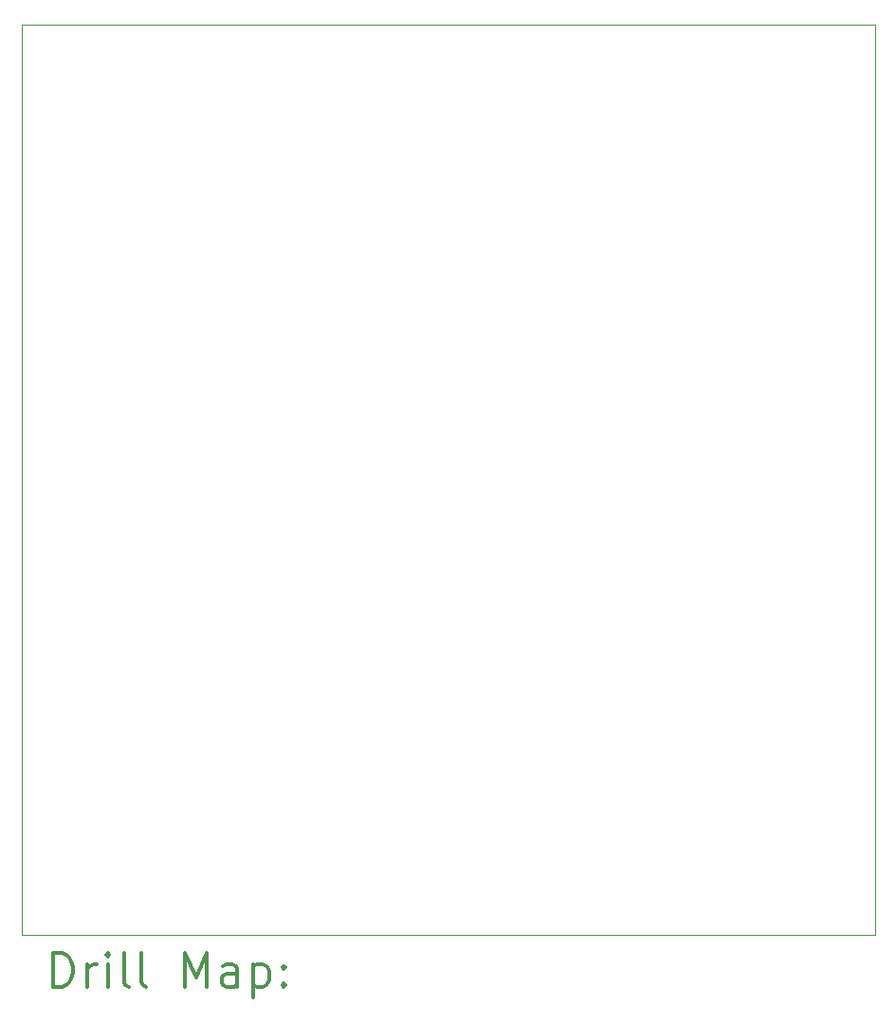
<source format=gbr>
%FSLAX45Y45*%
G04 Gerber Fmt 4.5, Leading zero omitted, Abs format (unit mm)*
G04 Created by KiCad (PCBNEW (5.1.4)-1) date 2021-11-01 00:37:35*
%MOMM*%
%LPD*%
G04 APERTURE LIST*
%ADD10C,0.025400*%
%ADD11C,0.200000*%
%ADD12C,0.300000*%
G04 APERTURE END LIST*
D10*
X2540000Y-2540000D02*
X2540000Y-10668000D01*
X2540000Y-10668000D02*
X10160000Y-10668000D01*
X10160000Y-2540000D02*
X10160000Y-10668000D01*
X2540000Y-2540000D02*
X10160000Y-2540000D01*
D11*
D12*
X2825158Y-11134984D02*
X2825158Y-10834984D01*
X2896587Y-10834984D01*
X2939444Y-10849270D01*
X2968016Y-10877842D01*
X2982301Y-10906413D01*
X2996587Y-10963556D01*
X2996587Y-11006413D01*
X2982301Y-11063556D01*
X2968016Y-11092127D01*
X2939444Y-11120699D01*
X2896587Y-11134984D01*
X2825158Y-11134984D01*
X3125158Y-11134984D02*
X3125158Y-10934984D01*
X3125158Y-10992127D02*
X3139444Y-10963556D01*
X3153730Y-10949270D01*
X3182301Y-10934984D01*
X3210873Y-10934984D01*
X3310873Y-11134984D02*
X3310873Y-10934984D01*
X3310873Y-10834984D02*
X3296587Y-10849270D01*
X3310873Y-10863556D01*
X3325158Y-10849270D01*
X3310873Y-10834984D01*
X3310873Y-10863556D01*
X3496587Y-11134984D02*
X3468016Y-11120699D01*
X3453730Y-11092127D01*
X3453730Y-10834984D01*
X3653730Y-11134984D02*
X3625158Y-11120699D01*
X3610873Y-11092127D01*
X3610873Y-10834984D01*
X3996587Y-11134984D02*
X3996587Y-10834984D01*
X4096587Y-11049270D01*
X4196587Y-10834984D01*
X4196587Y-11134984D01*
X4468016Y-11134984D02*
X4468016Y-10977842D01*
X4453730Y-10949270D01*
X4425158Y-10934984D01*
X4368016Y-10934984D01*
X4339444Y-10949270D01*
X4468016Y-11120699D02*
X4439444Y-11134984D01*
X4368016Y-11134984D01*
X4339444Y-11120699D01*
X4325158Y-11092127D01*
X4325158Y-11063556D01*
X4339444Y-11034984D01*
X4368016Y-11020699D01*
X4439444Y-11020699D01*
X4468016Y-11006413D01*
X4610873Y-10934984D02*
X4610873Y-11234984D01*
X4610873Y-10949270D02*
X4639444Y-10934984D01*
X4696587Y-10934984D01*
X4725158Y-10949270D01*
X4739444Y-10963556D01*
X4753730Y-10992127D01*
X4753730Y-11077842D01*
X4739444Y-11106413D01*
X4725158Y-11120699D01*
X4696587Y-11134984D01*
X4639444Y-11134984D01*
X4610873Y-11120699D01*
X4882301Y-11106413D02*
X4896587Y-11120699D01*
X4882301Y-11134984D01*
X4868016Y-11120699D01*
X4882301Y-11106413D01*
X4882301Y-11134984D01*
X4882301Y-10949270D02*
X4896587Y-10963556D01*
X4882301Y-10977842D01*
X4868016Y-10963556D01*
X4882301Y-10949270D01*
X4882301Y-10977842D01*
M02*

</source>
